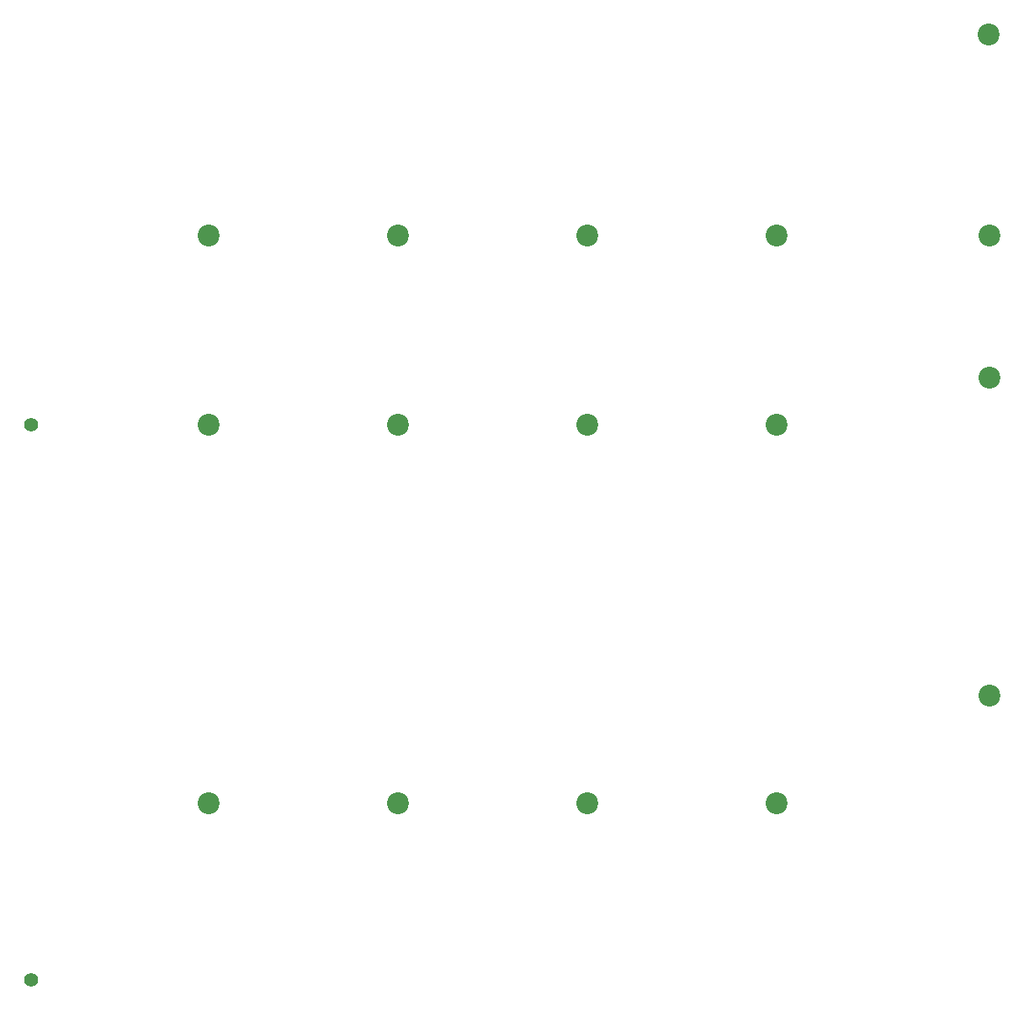
<source format=gbs>
G04 #@! TF.GenerationSoftware,KiCad,Pcbnew,(5.1.9)-1*
G04 #@! TF.CreationDate,2021-04-18T14:22:49+09:00*
G04 #@! TF.ProjectId,sekiheki________,73656b69-6865-46b6-9928-c8c3d7d7ecfc,rev?*
G04 #@! TF.SameCoordinates,Original*
G04 #@! TF.FileFunction,Soldermask,Bot*
G04 #@! TF.FilePolarity,Negative*
%FSLAX46Y46*%
G04 Gerber Fmt 4.6, Leading zero omitted, Abs format (unit mm)*
G04 Created by KiCad (PCBNEW (5.1.9)-1) date 2021-04-18 14:22:49*
%MOMM*%
%LPD*%
G01*
G04 APERTURE LIST*
%ADD10C,2.200000*%
%ADD11C,1.400000*%
G04 APERTURE END LIST*
D10*
X-2450000Y96375000D03*
X-2400000Y29835000D03*
X-2400000Y76200000D03*
X-2400000Y61875000D03*
X-42850000Y76200000D03*
X-23800000Y76200000D03*
D11*
X-98775000Y57150000D03*
D10*
X-23800000Y19050000D03*
X-42850000Y19050000D03*
X-61900000Y19050000D03*
X-80950000Y19050000D03*
X-23800000Y57150000D03*
X-42850000Y57150000D03*
X-61900000Y57150000D03*
X-80950000Y57150000D03*
X-61900000Y76200000D03*
X-80950000Y76200000D03*
D11*
X-98775000Y1225000D03*
M02*

</source>
